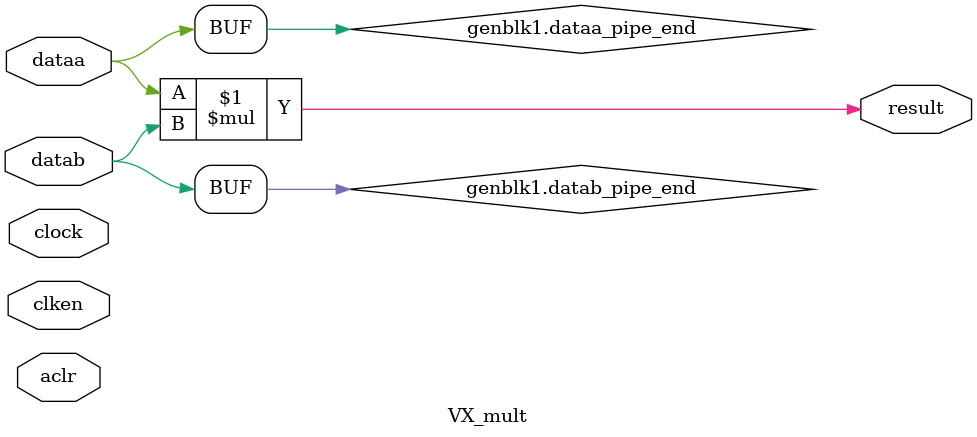
<source format=v>
module VX_mult #(
    parameter WIDTHA=1,
    parameter WIDTHB=1,
    parameter WIDTHP=1,
    parameter REP="UNSIGNED",
    parameter SPEED="MIXED", // "MIXED" or "HIGHEST"
    parameter PIPELINE=0,
    parameter FORCE_LE="NO"
) (
    input clock, aclr, clken,

    input [WIDTHA-1:0] dataa,
    input [WIDTHB-1:0] datab,

    output reg [WIDTHP-1:0] result
);

// synthesis read_comments_as_HDL on
// localparam IMPL = "quartus";
// synthesis read_comments_as_HDL off

// altera translate_off
    localparam IMPL="fallback";
// altera translate_on

    generate

        if (IMPL == "quartus") begin

            localparam lpm_speed = (SPEED == "HIGHEST") ? 10 : 5;

            if (FORCE_LE == "YES") begin
            /* verilator lint_off DECLFILENAME */    
                lpm_mult #(            
                    .LPM_WIDTHA(WIDTHA),
                    .LPM_WIDTHB(WIDTHB),
                    .LPM_WIDTHP(WIDTHP),
                    .LPM_REPRESENTATION(REP),
                    .LPM_PIPELINE(PIPELINE),
                    .DSP_BLOCK_BALANCING("LOGIC ELEMENTS"),
                    .MAXIMIZE_SPEED(lpm_speed)
                ) quartus_mult (
                    .clock(clock),
                    .aclr(aclr),
                    .clken(clken),
                    .dataa(dataa),
                    .datab(datab),
                    .result(result)
                );
            /* verilator lint_on DECLFILENAME */
            end
            else begin
                lpm_mult#(
                    .LPM_WIDTHA(WIDTHA),
                    .LPM_WIDTHB(WIDTHB),
                    .LPM_WIDTHP(WIDTHP),
                    .LPM_REPRESENTATION(REP),
                    .LPM_PIPELINE(PIPELINE),
                    .MAXIMIZE_SPEED(lpm_speed)
                ) quartus_mult(
                    .clock(clock),
                    .aclr(aclr),
                    .clken(clken),
                    .dataa(dataa),
                    .datab(datab),
                    .result(result)
                );
            end

        end
        else begin

            wire [WIDTHA-1:0] dataa_pipe_end;
            wire [WIDTHB-1:0] datab_pipe_end;
            if (PIPELINE == 0) begin
                assign dataa_pipe_end = dataa;
                assign datab_pipe_end = datab;
            end else begin
                reg [WIDTHA-1:0] dataa_pipe [0:PIPELINE-1];
                reg [WIDTHB-1:0] datab_pipe [0:PIPELINE-1];

                genvar pipe_stage;
                for (pipe_stage = 0; pipe_stage < PIPELINE-1; pipe_stage = pipe_stage+1) begin : pipe_stages
                    always @(posedge clock or posedge aclr) begin
                        if (aclr) begin
                            dataa_pipe[pipe_stage+1] <= 0;
                            datab_pipe[pipe_stage+1] <= 0;
                        end
                        else if (clken) begin
                            dataa_pipe[pipe_stage+1] <= dataa_pipe[pipe_stage];
                            datab_pipe[pipe_stage+1] <= datab_pipe[pipe_stage];
                        end
                    end
                end

                always @(posedge clock or posedge aclr) begin
                    if (aclr) begin
                        dataa_pipe[0] <= 0;
                        datab_pipe[0] <= 0;
                    end
                    else if (clken) begin
                        dataa_pipe[0] <= dataa;
                        datab_pipe[0] <= datab;
                    end
                end

                assign dataa_pipe_end = dataa_pipe[PIPELINE-1];
                assign datab_pipe_end = datab_pipe[PIPELINE-1];
            end

            /* * * * * * * * * * * * * * * * * * * * * * */
            /*  Do the actual fallback computation here  */
            /* * * * * * * * * * * * * * * * * * * * * * */

            if (REP == "SIGNED") begin
                assign result = $signed($signed(dataa_pipe_end)*$signed(datab_pipe_end));
            end
            else begin
                assign result = dataa_pipe_end*datab_pipe_end;
            end

        end
    endgenerate

endmodule: VX_mult

</source>
